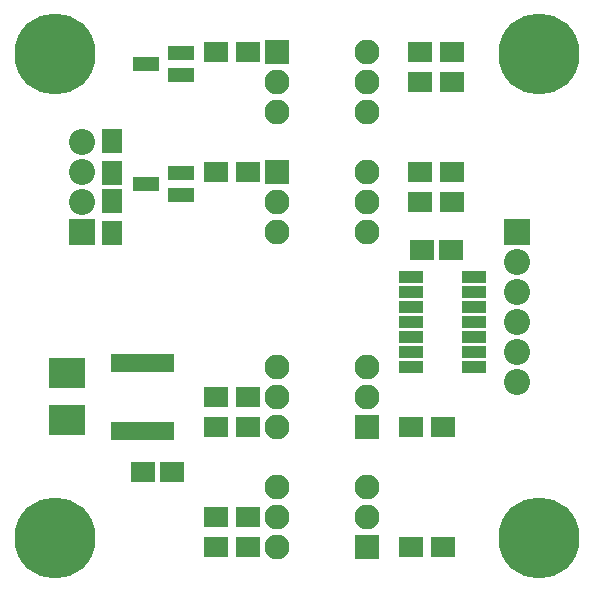
<source format=gbr>
G04 #@! TF.FileFunction,Soldermask,Top*
%FSLAX46Y46*%
G04 Gerber Fmt 4.6, Leading zero omitted, Abs format (unit mm)*
G04 Created by KiCad (PCBNEW (after 2015-mar-04 BZR unknown)-product) date 3/8/2017 11:20:46 AM*
%MOMM*%
G01*
G04 APERTURE LIST*
%ADD10C,0.150000*%
%ADD11R,2.008000X1.108000*%
%ADD12R,1.808000X2.008000*%
%ADD13R,2.008000X1.808000*%
%ADD14C,6.858000*%
%ADD15R,3.008000X2.508000*%
%ADD16R,2.008000X1.758000*%
%ADD17R,2.208000X2.208000*%
%ADD18O,2.208000X2.208000*%
%ADD19R,0.908000X1.508000*%
%ADD20R,2.108000X2.108000*%
%ADD21O,2.108000X2.108000*%
%ADD22R,2.308860X1.308100*%
G04 APERTURE END LIST*
D10*
D11*
X34130000Y-22860000D03*
X34130000Y-24130000D03*
X34130000Y-25400000D03*
X34130000Y-26670000D03*
X34130000Y-27940000D03*
X34130000Y-29210000D03*
X34130000Y-30480000D03*
X39530000Y-30480000D03*
X39530000Y-29210000D03*
X39530000Y-27940000D03*
X39530000Y-26670000D03*
X39530000Y-25400000D03*
X39530000Y-24130000D03*
X39530000Y-22860000D03*
D12*
X8890000Y-16430000D03*
X8890000Y-19130000D03*
D13*
X34210000Y-45720000D03*
X36910000Y-45720000D03*
D12*
X8890000Y-11350000D03*
X8890000Y-14050000D03*
D13*
X17700000Y-43180000D03*
X20400000Y-43180000D03*
X34210000Y-35560000D03*
X36910000Y-35560000D03*
X17700000Y-13970000D03*
X20400000Y-13970000D03*
X17700000Y-33020000D03*
X20400000Y-33020000D03*
X37672000Y-16510000D03*
X34972000Y-16510000D03*
D14*
X4000000Y-4000000D03*
X45000000Y-4000000D03*
X4000000Y-45000000D03*
X45000000Y-45000000D03*
D13*
X17700000Y-45720000D03*
X20400000Y-45720000D03*
X37672000Y-13970000D03*
X34972000Y-13970000D03*
X17700000Y-3810000D03*
X20400000Y-3810000D03*
X37672000Y-6350000D03*
X34972000Y-6350000D03*
X17700000Y-35560000D03*
X20400000Y-35560000D03*
X37672000Y-3810000D03*
X34972000Y-3810000D03*
D15*
X5080000Y-35020000D03*
X5080000Y-31020000D03*
D16*
X11450000Y-39370000D03*
X13950000Y-39370000D03*
D17*
X43180000Y-19050000D03*
D18*
X43180000Y-21590000D03*
X43180000Y-24130000D03*
X43180000Y-26670000D03*
X43180000Y-29210000D03*
X43180000Y-31750000D03*
D17*
X6350000Y-19050000D03*
D18*
X6350000Y-16510000D03*
X6350000Y-13970000D03*
X6350000Y-11430000D03*
D19*
X13705000Y-30120000D03*
X13055000Y-30120000D03*
X12405000Y-30120000D03*
X11755000Y-30120000D03*
X11105000Y-30120000D03*
X10455000Y-30120000D03*
X9805000Y-30120000D03*
X9155000Y-30120000D03*
X9155000Y-35920000D03*
X9805000Y-35920000D03*
X10455000Y-35920000D03*
X11105000Y-35920000D03*
X11755000Y-35920000D03*
X12405000Y-35920000D03*
X13055000Y-35920000D03*
X13705000Y-35920000D03*
D20*
X30480000Y-35560000D03*
D21*
X22860000Y-30480000D03*
X30480000Y-33020000D03*
X22860000Y-33020000D03*
X30480000Y-30480000D03*
X22860000Y-35560000D03*
D20*
X22860000Y-3810000D03*
D21*
X30480000Y-8890000D03*
X22860000Y-6350000D03*
X30480000Y-6350000D03*
X22860000Y-8890000D03*
X30480000Y-3810000D03*
D20*
X30480000Y-45720000D03*
D21*
X22860000Y-40640000D03*
X30480000Y-43180000D03*
X22860000Y-43180000D03*
X30480000Y-40640000D03*
X22860000Y-45720000D03*
D20*
X22860000Y-13970000D03*
D21*
X30480000Y-19050000D03*
X22860000Y-16510000D03*
X30480000Y-16510000D03*
X22860000Y-19050000D03*
X30480000Y-13970000D03*
D22*
X14709140Y-15936000D03*
X14709140Y-14036000D03*
X11706860Y-14986000D03*
X14709140Y-5776000D03*
X14709140Y-3876000D03*
X11706860Y-4826000D03*
D16*
X35072000Y-20574000D03*
X37572000Y-20574000D03*
M02*

</source>
